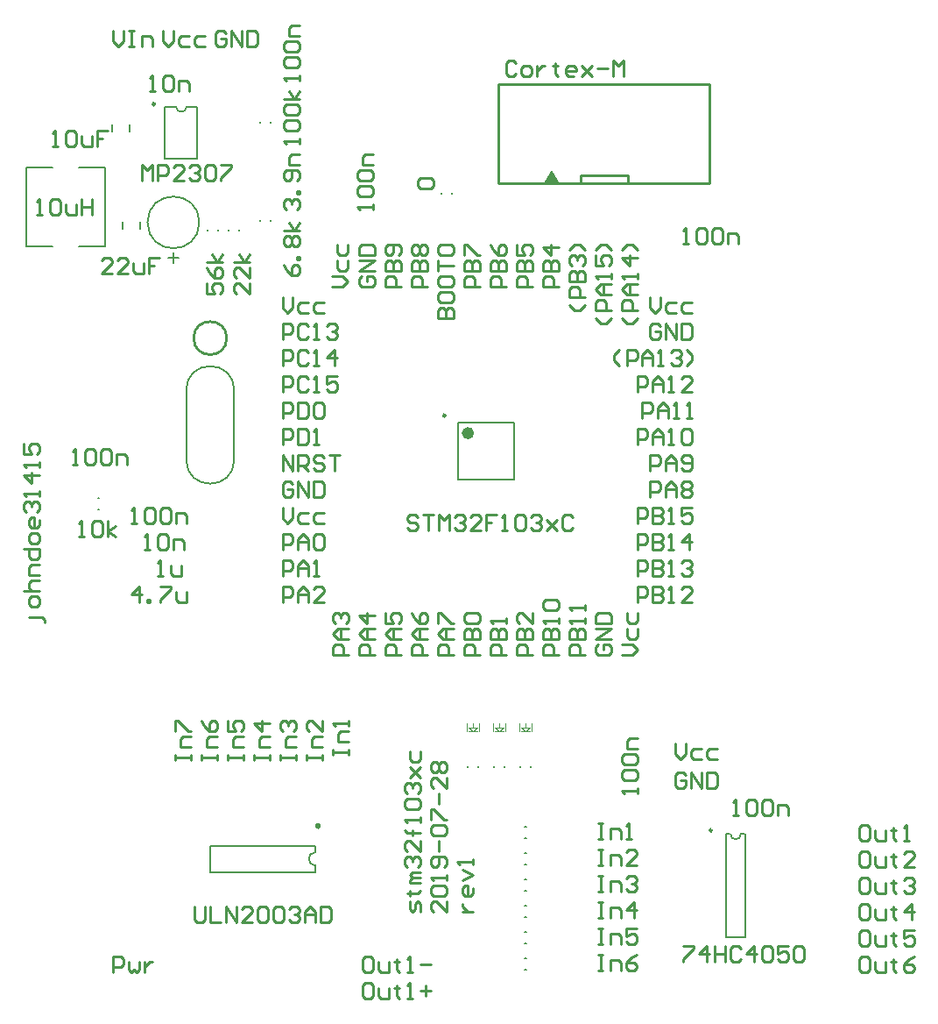
<source format=gto>
G04 Layer_Color=15132400*
%FSLAX25Y25*%
%MOIN*%
G70*
G01*
G75*
%ADD24C,0.01000*%
%ADD38C,0.00787*%
%ADD39C,0.00984*%
%ADD40C,0.02362*%
%ADD41C,0.00780*%
%ADD42C,0.00394*%
%ADD43C,0.00591*%
G36*
X253000Y357000D02*
X247000D01*
X250000Y362000D01*
X253000Y357000D01*
D02*
G37*
D24*
X126299Y298000D02*
G03*
X126299Y298000I-6299J0D01*
G01*
X279000Y357000D02*
Y360000D01*
X261000D02*
X279000D01*
X261000Y357000D02*
Y360000D01*
X229500Y357000D02*
X267500D01*
X229500D02*
Y394500D01*
X310000D01*
Y357000D02*
Y394500D01*
X261000Y357000D02*
X310000D01*
X161000Y112000D02*
Y113000D01*
X135000Y318999D02*
Y315000D01*
X131001Y318999D01*
X130002D01*
X129002Y317999D01*
Y316000D01*
X130002Y315000D01*
X135000Y324997D02*
Y320998D01*
X131001Y324997D01*
X130002D01*
X129002Y323997D01*
Y321998D01*
X130002Y320998D01*
X135000Y326996D02*
X129002D01*
X133001D02*
X131001Y329995D01*
X133001Y326996D02*
X135000Y329995D01*
X83000Y57000D02*
Y62998D01*
X85999D01*
X86999Y61998D01*
Y59999D01*
X85999Y58999D01*
X83000D01*
X88998Y60999D02*
Y58000D01*
X89998Y57000D01*
X90997Y58000D01*
X91997Y57000D01*
X92997Y58000D01*
Y60999D01*
X94996D02*
Y57000D01*
Y58999D01*
X95996Y59999D01*
X96996Y60999D01*
X97995D01*
X106502Y137500D02*
Y139499D01*
Y138500D01*
X112500D01*
Y137500D01*
Y139499D01*
Y142498D02*
X108501D01*
Y145497D01*
X109501Y146497D01*
X112500D01*
X106502Y148496D02*
Y152495D01*
X107502D01*
X111500Y148496D01*
X112500D01*
X116502Y137500D02*
Y139499D01*
Y138500D01*
X122500D01*
Y137500D01*
Y139499D01*
Y142498D02*
X118501D01*
Y145497D01*
X119501Y146497D01*
X122500D01*
X116502Y152495D02*
X117502Y150496D01*
X119501Y148496D01*
X121500D01*
X122500Y149496D01*
Y151496D01*
X121500Y152495D01*
X120501D01*
X119501Y151496D01*
Y148496D01*
X126502Y137500D02*
Y139499D01*
Y138500D01*
X132500D01*
Y137500D01*
Y139499D01*
Y142498D02*
X128501D01*
Y145497D01*
X129501Y146497D01*
X132500D01*
X126502Y152495D02*
Y148496D01*
X129501D01*
X128501Y150496D01*
Y151496D01*
X129501Y152495D01*
X131500D01*
X132500Y151496D01*
Y149496D01*
X131500Y148496D01*
X136502Y137500D02*
Y139499D01*
Y138500D01*
X142500D01*
Y137500D01*
Y139499D01*
Y142498D02*
X138501D01*
Y145497D01*
X139501Y146497D01*
X142500D01*
Y151496D02*
X136502D01*
X139501Y148496D01*
Y152495D01*
X146502Y137500D02*
Y139499D01*
Y138500D01*
X152500D01*
Y137500D01*
Y139499D01*
Y142498D02*
X148501D01*
Y145497D01*
X149501Y146497D01*
X152500D01*
X147502Y148496D02*
X146502Y149496D01*
Y151496D01*
X147502Y152495D01*
X148501D01*
X149501Y151496D01*
Y150496D01*
Y151496D01*
X150501Y152495D01*
X151500D01*
X152500Y151496D01*
Y149496D01*
X151500Y148496D01*
X156502Y137500D02*
Y139499D01*
Y138500D01*
X162500D01*
Y137500D01*
Y139499D01*
Y142498D02*
X158501D01*
Y145497D01*
X159501Y146497D01*
X162500D01*
Y152495D02*
Y148496D01*
X158501Y152495D01*
X157502D01*
X156502Y151496D01*
Y149496D01*
X157502Y148496D01*
X180999Y52998D02*
X179000D01*
X178000Y51998D01*
Y48000D01*
X179000Y47000D01*
X180999D01*
X181999Y48000D01*
Y51998D01*
X180999Y52998D01*
X183998Y50999D02*
Y48000D01*
X184998Y47000D01*
X187997D01*
Y50999D01*
X190996Y51998D02*
Y50999D01*
X189996D01*
X191996D01*
X190996D01*
Y48000D01*
X191996Y47000D01*
X194994D02*
X196994D01*
X195994D01*
Y52998D01*
X194994Y51998D01*
X199993Y49999D02*
X203992D01*
X201992Y51998D02*
Y48000D01*
X180999Y62998D02*
X179000D01*
X178000Y61998D01*
Y58000D01*
X179000Y57000D01*
X180999D01*
X181999Y58000D01*
Y61998D01*
X180999Y62998D01*
X183998Y60999D02*
Y58000D01*
X184998Y57000D01*
X187997D01*
Y60999D01*
X190996Y61998D02*
Y60999D01*
X189996D01*
X191996D01*
X190996D01*
Y58000D01*
X191996Y57000D01*
X194994D02*
X196994D01*
X195994D01*
Y62998D01*
X194994Y61998D01*
X199993Y59999D02*
X203992D01*
X166502Y139499D02*
Y141499D01*
Y140499D01*
X172500D01*
Y139499D01*
Y141499D01*
Y144498D02*
X168501D01*
Y147497D01*
X169501Y148496D01*
X172500D01*
Y150496D02*
Y152495D01*
Y151496D01*
X166502D01*
X167502Y150496D01*
X267500Y63498D02*
X269499D01*
X268500D01*
Y57500D01*
X267500D01*
X269499D01*
X272498D02*
Y61499D01*
X275497D01*
X276497Y60499D01*
Y57500D01*
X282495Y63498D02*
X280496Y62498D01*
X278496Y60499D01*
Y58500D01*
X279496Y57500D01*
X281495D01*
X282495Y58500D01*
Y59499D01*
X281495Y60499D01*
X278496D01*
X369999Y62998D02*
X368000D01*
X367000Y61998D01*
Y58000D01*
X368000Y57000D01*
X369999D01*
X370999Y58000D01*
Y61998D01*
X369999Y62998D01*
X372998Y60999D02*
Y58000D01*
X373998Y57000D01*
X376997D01*
Y60999D01*
X379996Y61998D02*
Y60999D01*
X378996D01*
X380995D01*
X379996D01*
Y58000D01*
X380995Y57000D01*
X387993Y62998D02*
X385994Y61998D01*
X383995Y59999D01*
Y58000D01*
X384994Y57000D01*
X386994D01*
X387993Y58000D01*
Y58999D01*
X386994Y59999D01*
X383995D01*
X267500Y73498D02*
X269499D01*
X268500D01*
Y67500D01*
X267500D01*
X269499D01*
X272498D02*
Y71499D01*
X275497D01*
X276497Y70499D01*
Y67500D01*
X282495Y73498D02*
X278496D01*
Y70499D01*
X280496Y71499D01*
X281495D01*
X282495Y70499D01*
Y68500D01*
X281495Y67500D01*
X279496D01*
X278496Y68500D01*
X369999Y72998D02*
X368000D01*
X367000Y71998D01*
Y68000D01*
X368000Y67000D01*
X369999D01*
X370999Y68000D01*
Y71998D01*
X369999Y72998D01*
X372998Y70999D02*
Y68000D01*
X373998Y67000D01*
X376997D01*
Y70999D01*
X379996Y71998D02*
Y70999D01*
X378996D01*
X380995D01*
X379996D01*
Y68000D01*
X380995Y67000D01*
X387993Y72998D02*
X383995D01*
Y69999D01*
X385994Y70999D01*
X386994D01*
X387993Y69999D01*
Y68000D01*
X386994Y67000D01*
X384994D01*
X383995Y68000D01*
X267500Y83498D02*
X269499D01*
X268500D01*
Y77500D01*
X267500D01*
X269499D01*
X272498D02*
Y81499D01*
X275497D01*
X276497Y80499D01*
Y77500D01*
X281495D02*
Y83498D01*
X278496Y80499D01*
X282495D01*
X369999Y82998D02*
X368000D01*
X367000Y81998D01*
Y78000D01*
X368000Y77000D01*
X369999D01*
X370999Y78000D01*
Y81998D01*
X369999Y82998D01*
X372998Y80999D02*
Y78000D01*
X373998Y77000D01*
X376997D01*
Y80999D01*
X379996Y81998D02*
Y80999D01*
X378996D01*
X380995D01*
X379996D01*
Y78000D01*
X380995Y77000D01*
X386994D02*
Y82998D01*
X383995Y79999D01*
X387993D01*
X267500Y93498D02*
X269499D01*
X268500D01*
Y87500D01*
X267500D01*
X269499D01*
X272498D02*
Y91499D01*
X275497D01*
X276497Y90499D01*
Y87500D01*
X278496Y92498D02*
X279496Y93498D01*
X281495D01*
X282495Y92498D01*
Y91499D01*
X281495Y90499D01*
X280496D01*
X281495D01*
X282495Y89499D01*
Y88500D01*
X281495Y87500D01*
X279496D01*
X278496Y88500D01*
X369999Y92998D02*
X368000D01*
X367000Y91998D01*
Y88000D01*
X368000Y87000D01*
X369999D01*
X370999Y88000D01*
Y91998D01*
X369999Y92998D01*
X372998Y90999D02*
Y88000D01*
X373998Y87000D01*
X376997D01*
Y90999D01*
X379996Y91998D02*
Y90999D01*
X378996D01*
X380995D01*
X379996D01*
Y88000D01*
X380995Y87000D01*
X383995Y91998D02*
X384994Y92998D01*
X386994D01*
X387993Y91998D01*
Y90999D01*
X386994Y89999D01*
X385994D01*
X386994D01*
X387993Y88999D01*
Y88000D01*
X386994Y87000D01*
X384994D01*
X383995Y88000D01*
X267500Y103498D02*
X269499D01*
X268500D01*
Y97500D01*
X267500D01*
X269499D01*
X272498D02*
Y101499D01*
X275497D01*
X276497Y100499D01*
Y97500D01*
X282495D02*
X278496D01*
X282495Y101499D01*
Y102498D01*
X281495Y103498D01*
X279496D01*
X278496Y102498D01*
X369999Y102998D02*
X368000D01*
X367000Y101998D01*
Y98000D01*
X368000Y97000D01*
X369999D01*
X370999Y98000D01*
Y101998D01*
X369999Y102998D01*
X372998Y100999D02*
Y98000D01*
X373998Y97000D01*
X376997D01*
Y100999D01*
X379996Y101998D02*
Y100999D01*
X378996D01*
X380995D01*
X379996D01*
Y98000D01*
X380995Y97000D01*
X387993D02*
X383995D01*
X387993Y100999D01*
Y101998D01*
X386994Y102998D01*
X384994D01*
X383995Y101998D01*
X267500Y113498D02*
X269499D01*
X268500D01*
Y107500D01*
X267500D01*
X269499D01*
X272498D02*
Y111499D01*
X275497D01*
X276497Y110499D01*
Y107500D01*
X278496D02*
X280496D01*
X279496D01*
Y113498D01*
X278496Y112498D01*
X369999Y112998D02*
X368000D01*
X367000Y111998D01*
Y108000D01*
X368000Y107000D01*
X369999D01*
X370999Y108000D01*
Y111998D01*
X369999Y112998D01*
X372998Y110999D02*
Y108000D01*
X373998Y107000D01*
X376997D01*
Y110999D01*
X379996Y111998D02*
Y110999D01*
X378996D01*
X380995D01*
X379996D01*
Y108000D01*
X380995Y107000D01*
X383995D02*
X385994D01*
X384994D01*
Y112998D01*
X383995Y111998D01*
X300000Y66998D02*
X303999D01*
Y65998D01*
X300000Y62000D01*
Y61000D01*
X308997D02*
Y66998D01*
X305998Y63999D01*
X309997D01*
X311996Y66998D02*
Y61000D01*
Y63999D01*
X315995D01*
Y66998D01*
Y61000D01*
X321993Y65998D02*
X320993Y66998D01*
X318994D01*
X317994Y65998D01*
Y62000D01*
X318994Y61000D01*
X320993D01*
X321993Y62000D01*
X326991Y61000D02*
Y66998D01*
X323992Y63999D01*
X327991D01*
X329990Y65998D02*
X330990Y66998D01*
X332989D01*
X333989Y65998D01*
Y62000D01*
X332989Y61000D01*
X330990D01*
X329990Y62000D01*
Y65998D01*
X339987Y66998D02*
X335988D01*
Y63999D01*
X337988Y64999D01*
X338987D01*
X339987Y63999D01*
Y62000D01*
X338987Y61000D01*
X336988D01*
X335988Y62000D01*
X341986Y65998D02*
X342986Y66998D01*
X344985D01*
X345985Y65998D01*
Y62000D01*
X344985Y61000D01*
X342986D01*
X341986Y62000D01*
Y65998D01*
X319106Y116492D02*
X321106D01*
X320106D01*
Y122490D01*
X319106Y121490D01*
X324105D02*
X325104Y122490D01*
X327104D01*
X328103Y121490D01*
Y117491D01*
X327104Y116492D01*
X325104D01*
X324105Y117491D01*
Y121490D01*
X330103D02*
X331102Y122490D01*
X333102D01*
X334101Y121490D01*
Y117491D01*
X333102Y116492D01*
X331102D01*
X330103Y117491D01*
Y121490D01*
X336101Y116492D02*
Y120491D01*
X339100D01*
X340100Y119491D01*
Y116492D01*
X282500Y227500D02*
Y233498D01*
X285499D01*
X286499Y232498D01*
Y230499D01*
X285499Y229499D01*
X282500D01*
X288498Y233498D02*
Y227500D01*
X291497D01*
X292497Y228500D01*
Y229499D01*
X291497Y230499D01*
X288498D01*
X291497D01*
X292497Y231499D01*
Y232498D01*
X291497Y233498D01*
X288498D01*
X294496Y227500D02*
X296496D01*
X295496D01*
Y233498D01*
X294496Y232498D01*
X303493Y233498D02*
X299495D01*
Y230499D01*
X301494Y231499D01*
X302494D01*
X303493Y230499D01*
Y228500D01*
X302494Y227500D01*
X300494D01*
X299495Y228500D01*
X147500Y267500D02*
Y273498D01*
X150499D01*
X151499Y272498D01*
Y270499D01*
X150499Y269499D01*
X147500D01*
X153498Y273498D02*
Y267500D01*
X156497D01*
X157497Y268500D01*
Y272498D01*
X156497Y273498D01*
X153498D01*
X159496Y272498D02*
X160496Y273498D01*
X162495D01*
X163495Y272498D01*
Y268500D01*
X162495Y267500D01*
X160496D01*
X159496Y268500D01*
Y272498D01*
X147500Y277500D02*
Y283498D01*
X150499D01*
X151499Y282498D01*
Y280499D01*
X150499Y279499D01*
X147500D01*
X157497Y282498D02*
X156497Y283498D01*
X154498D01*
X153498Y282498D01*
Y278500D01*
X154498Y277500D01*
X156497D01*
X157497Y278500D01*
X159496Y277500D02*
X161495D01*
X160496D01*
Y283498D01*
X159496Y282498D01*
X168493Y283498D02*
X164495D01*
Y280499D01*
X166494Y281499D01*
X167493D01*
X168493Y280499D01*
Y278500D01*
X167493Y277500D01*
X165494D01*
X164495Y278500D01*
X202500Y177500D02*
X196502D01*
Y180499D01*
X197502Y181499D01*
X199501D01*
X200501Y180499D01*
Y177500D01*
X202500Y183498D02*
X198501D01*
X196502Y185497D01*
X198501Y187497D01*
X202500D01*
X199501D01*
Y183498D01*
X196502Y193495D02*
X197502Y191496D01*
X199501Y189496D01*
X201500D01*
X202500Y190496D01*
Y192495D01*
X201500Y193495D01*
X200501D01*
X199501Y192495D01*
Y189496D01*
X182500Y177500D02*
X176502D01*
Y180499D01*
X177502Y181499D01*
X179501D01*
X180501Y180499D01*
Y177500D01*
X182500Y183498D02*
X178501D01*
X176502Y185497D01*
X178501Y187497D01*
X182500D01*
X179501D01*
Y183498D01*
X182500Y192495D02*
X176502D01*
X179501Y189496D01*
Y193495D01*
X172500Y177500D02*
X166502D01*
Y180499D01*
X167502Y181499D01*
X169501D01*
X170501Y180499D01*
Y177500D01*
X172500Y183498D02*
X168501D01*
X166502Y185497D01*
X168501Y187497D01*
X172500D01*
X169501D01*
Y183498D01*
X167502Y189496D02*
X166502Y190496D01*
Y192495D01*
X167502Y193495D01*
X168501D01*
X169501Y192495D01*
Y191496D01*
Y192495D01*
X170501Y193495D01*
X171500D01*
X172500Y192495D01*
Y190496D01*
X171500Y189496D01*
X147500Y197500D02*
Y203498D01*
X150499D01*
X151499Y202498D01*
Y200499D01*
X150499Y199499D01*
X147500D01*
X153498Y197500D02*
Y201499D01*
X155497Y203498D01*
X157497Y201499D01*
Y197500D01*
Y200499D01*
X153498D01*
X163495Y197500D02*
X159496D01*
X163495Y201499D01*
Y202498D01*
X162495Y203498D01*
X160496D01*
X159496Y202498D01*
X147500Y207500D02*
Y213498D01*
X150499D01*
X151499Y212498D01*
Y210499D01*
X150499Y209499D01*
X147500D01*
X153498Y207500D02*
Y211499D01*
X155497Y213498D01*
X157497Y211499D01*
Y207500D01*
Y210499D01*
X153498D01*
X159496Y207500D02*
X161495D01*
X160496D01*
Y213498D01*
X159496Y212498D01*
X276502Y177500D02*
X280501D01*
X282500Y179499D01*
X280501Y181499D01*
X276502D01*
X278501Y187497D02*
Y184498D01*
X279501Y183498D01*
X281500D01*
X282500Y184498D01*
Y187497D01*
X278501Y193495D02*
Y190496D01*
X279501Y189496D01*
X281500D01*
X282500Y190496D01*
Y193495D01*
X177502Y321499D02*
X176502Y320499D01*
Y318500D01*
X177502Y317500D01*
X181500D01*
X182500Y318500D01*
Y320499D01*
X181500Y321499D01*
X179501D01*
Y319499D01*
X182500Y323498D02*
X176502D01*
X182500Y327497D01*
X176502D01*
Y329496D02*
X182500D01*
Y332495D01*
X181500Y333495D01*
X177502D01*
X176502Y332495D01*
Y329496D01*
X282500Y125000D02*
Y126999D01*
Y126000D01*
X276502D01*
X277502Y125000D01*
Y129998D02*
X276502Y130998D01*
Y132997D01*
X277502Y133997D01*
X281500D01*
X282500Y132997D01*
Y130998D01*
X281500Y129998D01*
X277502D01*
Y135996D02*
X276502Y136996D01*
Y138996D01*
X277502Y139995D01*
X281500D01*
X282500Y138996D01*
Y136996D01*
X281500Y135996D01*
X277502D01*
X282500Y141995D02*
X278501D01*
Y144993D01*
X279501Y145993D01*
X282500D01*
X300000Y334000D02*
X301999D01*
X301000D01*
Y339998D01*
X300000Y338998D01*
X304998D02*
X305998Y339998D01*
X307997D01*
X308997Y338998D01*
Y335000D01*
X307997Y334000D01*
X305998D01*
X304998Y335000D01*
Y338998D01*
X310996D02*
X311996Y339998D01*
X313996D01*
X314995Y338998D01*
Y335000D01*
X313996Y334000D01*
X311996D01*
X310996Y335000D01*
Y338998D01*
X316995Y334000D02*
Y337999D01*
X319993D01*
X320993Y336999D01*
Y334000D01*
X147500Y297500D02*
Y303498D01*
X150499D01*
X151499Y302498D01*
Y300499D01*
X150499Y299499D01*
X147500D01*
X157497Y302498D02*
X156497Y303498D01*
X154498D01*
X153498Y302498D01*
Y298500D01*
X154498Y297500D01*
X156497D01*
X157497Y298500D01*
X159496Y297500D02*
X161495D01*
X160496D01*
Y303498D01*
X159496Y302498D01*
X164495D02*
X165494Y303498D01*
X167493D01*
X168493Y302498D01*
Y301499D01*
X167493Y300499D01*
X166494D01*
X167493D01*
X168493Y299499D01*
Y298500D01*
X167493Y297500D01*
X165494D01*
X164495Y298500D01*
X147500Y257500D02*
Y263498D01*
X150499D01*
X151499Y262498D01*
Y260499D01*
X150499Y259499D01*
X147500D01*
X153498Y263498D02*
Y257500D01*
X156497D01*
X157497Y258500D01*
Y262498D01*
X156497Y263498D01*
X153498D01*
X159496Y257500D02*
X161495D01*
X160496D01*
Y263498D01*
X159496Y262498D01*
X147500Y287500D02*
Y293498D01*
X150499D01*
X151499Y292498D01*
Y290499D01*
X150499Y289499D01*
X147500D01*
X157497Y292498D02*
X156497Y293498D01*
X154498D01*
X153498Y292498D01*
Y288500D01*
X154498Y287500D01*
X156497D01*
X157497Y288500D01*
X159496Y287500D02*
X161495D01*
X160496D01*
Y293498D01*
X159496Y292498D01*
X167493Y287500D02*
Y293498D01*
X164495Y290499D01*
X168493D01*
X282500Y217500D02*
Y223498D01*
X285499D01*
X286499Y222498D01*
Y220499D01*
X285499Y219499D01*
X282500D01*
X288498Y223498D02*
Y217500D01*
X291497D01*
X292497Y218500D01*
Y219499D01*
X291497Y220499D01*
X288498D01*
X291497D01*
X292497Y221499D01*
Y222498D01*
X291497Y223498D01*
X288498D01*
X294496Y217500D02*
X296496D01*
X295496D01*
Y223498D01*
X294496Y222498D01*
X302494Y217500D02*
Y223498D01*
X299495Y220499D01*
X303493D01*
X282500Y207500D02*
Y213498D01*
X285499D01*
X286499Y212498D01*
Y210499D01*
X285499Y209499D01*
X282500D01*
X288498Y213498D02*
Y207500D01*
X291497D01*
X292497Y208500D01*
Y209499D01*
X291497Y210499D01*
X288498D01*
X291497D01*
X292497Y211499D01*
Y212498D01*
X291497Y213498D01*
X288498D01*
X294496Y207500D02*
X296496D01*
X295496D01*
Y213498D01*
X294496Y212498D01*
X299495D02*
X300494Y213498D01*
X302494D01*
X303493Y212498D01*
Y211499D01*
X302494Y210499D01*
X301494D01*
X302494D01*
X303493Y209499D01*
Y208500D01*
X302494Y207500D01*
X300494D01*
X299495Y208500D01*
X282500Y197500D02*
Y203498D01*
X285499D01*
X286499Y202498D01*
Y200499D01*
X285499Y199499D01*
X282500D01*
X288498Y203498D02*
Y197500D01*
X291497D01*
X292497Y198500D01*
Y199499D01*
X291497Y200499D01*
X288498D01*
X291497D01*
X292497Y201499D01*
Y202498D01*
X291497Y203498D01*
X288498D01*
X294496Y197500D02*
X296496D01*
X295496D01*
Y203498D01*
X294496Y202498D01*
X303493Y197500D02*
X299495D01*
X303493Y201499D01*
Y202498D01*
X302494Y203498D01*
X300494D01*
X299495Y202498D01*
X262500Y177500D02*
X256502D01*
Y180499D01*
X257502Y181499D01*
X259501D01*
X260501Y180499D01*
Y177500D01*
X256502Y183498D02*
X262500D01*
Y186497D01*
X261500Y187497D01*
X260501D01*
X259501Y186497D01*
Y183498D01*
Y186497D01*
X258501Y187497D01*
X257502D01*
X256502Y186497D01*
Y183498D01*
X262500Y189496D02*
Y191496D01*
Y190496D01*
X256502D01*
X257502Y189496D01*
X262500Y194494D02*
Y196494D01*
Y195494D01*
X256502D01*
X257502Y194494D01*
X252500Y177500D02*
X246502D01*
Y180499D01*
X247502Y181499D01*
X249501D01*
X250501Y180499D01*
Y177500D01*
X246502Y183498D02*
X252500D01*
Y186497D01*
X251500Y187497D01*
X250501D01*
X249501Y186497D01*
Y183498D01*
Y186497D01*
X248501Y187497D01*
X247502D01*
X246502Y186497D01*
Y183498D01*
X252500Y189496D02*
Y191496D01*
Y190496D01*
X246502D01*
X247502Y189496D01*
Y194494D02*
X246502Y195494D01*
Y197494D01*
X247502Y198493D01*
X251500D01*
X252500Y197494D01*
Y195494D01*
X251500Y194494D01*
X247502D01*
X192500Y317500D02*
X186502D01*
Y320499D01*
X187502Y321499D01*
X189501D01*
X190501Y320499D01*
Y317500D01*
X186502Y323498D02*
X192500D01*
Y326497D01*
X191500Y327497D01*
X190501D01*
X189501Y326497D01*
Y323498D01*
Y326497D01*
X188501Y327497D01*
X187502D01*
X186502Y326497D01*
Y323498D01*
X191500Y329496D02*
X192500Y330496D01*
Y332495D01*
X191500Y333495D01*
X187502D01*
X186502Y332495D01*
Y330496D01*
X187502Y329496D01*
X188501D01*
X189501Y330496D01*
Y333495D01*
X202500Y317500D02*
X196502D01*
Y320499D01*
X197502Y321499D01*
X199501D01*
X200501Y320499D01*
Y317500D01*
X196502Y323498D02*
X202500D01*
Y326497D01*
X201500Y327497D01*
X200501D01*
X199501Y326497D01*
Y323498D01*
Y326497D01*
X198501Y327497D01*
X197502D01*
X196502Y326497D01*
Y323498D01*
X197502Y329496D02*
X196502Y330496D01*
Y332495D01*
X197502Y333495D01*
X198501D01*
X199501Y332495D01*
X200501Y333495D01*
X201500D01*
X202500Y332495D01*
Y330496D01*
X201500Y329496D01*
X200501D01*
X199501Y330496D01*
X198501Y329496D01*
X197502D01*
X199501Y330496D02*
Y332495D01*
X222500Y317500D02*
X216502D01*
Y320499D01*
X217502Y321499D01*
X219501D01*
X220501Y320499D01*
Y317500D01*
X216502Y323498D02*
X222500D01*
Y326497D01*
X221500Y327497D01*
X220501D01*
X219501Y326497D01*
Y323498D01*
Y326497D01*
X218501Y327497D01*
X217502D01*
X216502Y326497D01*
Y323498D01*
Y329496D02*
Y333495D01*
X217502D01*
X221500Y329496D01*
X222500D01*
X232500Y317500D02*
X226502D01*
Y320499D01*
X227502Y321499D01*
X229501D01*
X230501Y320499D01*
Y317500D01*
X226502Y323498D02*
X232500D01*
Y326497D01*
X231500Y327497D01*
X230501D01*
X229501Y326497D01*
Y323498D01*
Y326497D01*
X228501Y327497D01*
X227502D01*
X226502Y326497D01*
Y323498D01*
Y333495D02*
X227502Y331495D01*
X229501Y329496D01*
X231500D01*
X232500Y330496D01*
Y332495D01*
X231500Y333495D01*
X230501D01*
X229501Y332495D01*
Y329496D01*
X242500Y317500D02*
X236502D01*
Y320499D01*
X237502Y321499D01*
X239501D01*
X240501Y320499D01*
Y317500D01*
X236502Y323498D02*
X242500D01*
Y326497D01*
X241500Y327497D01*
X240501D01*
X239501Y326497D01*
Y323498D01*
Y326497D01*
X238501Y327497D01*
X237502D01*
X236502Y326497D01*
Y323498D01*
Y333495D02*
Y329496D01*
X239501D01*
X238501Y331495D01*
Y332495D01*
X239501Y333495D01*
X241500D01*
X242500Y332495D01*
Y330496D01*
X241500Y329496D01*
X252500Y317500D02*
X246502D01*
Y320499D01*
X247502Y321499D01*
X249501D01*
X250501Y320499D01*
Y317500D01*
X246502Y323498D02*
X252500D01*
Y326497D01*
X251500Y327497D01*
X250501D01*
X249501Y326497D01*
Y323498D01*
Y326497D01*
X248501Y327497D01*
X247502D01*
X246502Y326497D01*
Y323498D01*
X252500Y332495D02*
X246502D01*
X249501Y329496D01*
Y333495D01*
X262500Y310502D02*
X260501Y308503D01*
X258501D01*
X256502Y310502D01*
X262500Y313501D02*
X256502D01*
Y316500D01*
X257502Y317500D01*
X259501D01*
X260501Y316500D01*
Y313501D01*
X256502Y319499D02*
X262500D01*
Y322498D01*
X261500Y323498D01*
X260501D01*
X259501Y322498D01*
Y319499D01*
Y322498D01*
X258501Y323498D01*
X257502D01*
X256502Y322498D01*
Y319499D01*
X257502Y325497D02*
X256502Y326497D01*
Y328497D01*
X257502Y329496D01*
X258501D01*
X259501Y328497D01*
Y327497D01*
Y328497D01*
X260501Y329496D01*
X261500D01*
X262500Y328497D01*
Y326497D01*
X261500Y325497D01*
X262500Y331495D02*
X260501Y333495D01*
X258501D01*
X256502Y331495D01*
X242500Y177500D02*
X236502D01*
Y180499D01*
X237502Y181499D01*
X239501D01*
X240501Y180499D01*
Y177500D01*
X236502Y183498D02*
X242500D01*
Y186497D01*
X241500Y187497D01*
X240501D01*
X239501Y186497D01*
Y183498D01*
Y186497D01*
X238501Y187497D01*
X237502D01*
X236502Y186497D01*
Y183498D01*
X242500Y193495D02*
Y189496D01*
X238501Y193495D01*
X237502D01*
X236502Y192495D01*
Y190496D01*
X237502Y189496D01*
X232500Y177500D02*
X226502D01*
Y180499D01*
X227502Y181499D01*
X229501D01*
X230501Y180499D01*
Y177500D01*
X226502Y183498D02*
X232500D01*
Y186497D01*
X231500Y187497D01*
X230501D01*
X229501Y186497D01*
Y183498D01*
Y186497D01*
X228501Y187497D01*
X227502D01*
X226502Y186497D01*
Y183498D01*
X232500Y189496D02*
Y191496D01*
Y190496D01*
X226502D01*
X227502Y189496D01*
X222500Y177500D02*
X216502D01*
Y180499D01*
X217502Y181499D01*
X219501D01*
X220501Y180499D01*
Y177500D01*
X216502Y183498D02*
X222500D01*
Y186497D01*
X221500Y187497D01*
X220501D01*
X219501Y186497D01*
Y183498D01*
Y186497D01*
X218501Y187497D01*
X217502D01*
X216502Y186497D01*
Y183498D01*
X217502Y189496D02*
X216502Y190496D01*
Y192495D01*
X217502Y193495D01*
X221500D01*
X222500Y192495D01*
Y190496D01*
X221500Y189496D01*
X217502D01*
X272500Y305504D02*
X270501Y303504D01*
X268501D01*
X266502Y305504D01*
X272500Y308503D02*
X266502D01*
Y311502D01*
X267502Y312502D01*
X269501D01*
X270501Y311502D01*
Y308503D01*
X272500Y314501D02*
X268501D01*
X266502Y316500D01*
X268501Y318500D01*
X272500D01*
X269501D01*
Y314501D01*
X272500Y320499D02*
Y322498D01*
Y321499D01*
X266502D01*
X267502Y320499D01*
X266502Y329496D02*
Y325497D01*
X269501D01*
X268501Y327497D01*
Y328497D01*
X269501Y329496D01*
X271500D01*
X272500Y328497D01*
Y326497D01*
X271500Y325497D01*
X272500Y331495D02*
X270501Y333495D01*
X268501D01*
X266502Y331495D01*
X282500Y305504D02*
X280501Y303504D01*
X278501D01*
X276502Y305504D01*
X282500Y308503D02*
X276502D01*
Y311502D01*
X277502Y312502D01*
X279501D01*
X280501Y311502D01*
Y308503D01*
X282500Y314501D02*
X278501D01*
X276502Y316500D01*
X278501Y318500D01*
X282500D01*
X279501D01*
Y314501D01*
X282500Y320499D02*
Y322498D01*
Y321499D01*
X276502D01*
X277502Y320499D01*
X282500Y328497D02*
X276502D01*
X279501Y325497D01*
Y329496D01*
X282500Y331495D02*
X280501Y333495D01*
X278501D01*
X276502Y331495D01*
X275502Y287500D02*
X273503Y289499D01*
Y291499D01*
X275502Y293498D01*
X278501Y287500D02*
Y293498D01*
X281500D01*
X282500Y292498D01*
Y290499D01*
X281500Y289499D01*
X278501D01*
X284499Y287500D02*
Y291499D01*
X286499Y293498D01*
X288498Y291499D01*
Y287500D01*
Y290499D01*
X284499D01*
X290497Y287500D02*
X292497D01*
X291497D01*
Y293498D01*
X290497Y292498D01*
X295496D02*
X296496Y293498D01*
X298495D01*
X299495Y292498D01*
Y291499D01*
X298495Y290499D01*
X297495D01*
X298495D01*
X299495Y289499D01*
Y288500D01*
X298495Y287500D01*
X296496D01*
X295496Y288500D01*
X301494Y287500D02*
X303493Y289499D01*
Y291499D01*
X301494Y293498D01*
X282500Y277500D02*
Y283498D01*
X285499D01*
X286499Y282498D01*
Y280499D01*
X285499Y279499D01*
X282500D01*
X288498Y277500D02*
Y281499D01*
X290497Y283498D01*
X292497Y281499D01*
Y277500D01*
Y280499D01*
X288498D01*
X294496Y277500D02*
X296496D01*
X295496D01*
Y283498D01*
X294496Y282498D01*
X303493Y277500D02*
X299495D01*
X303493Y281499D01*
Y282498D01*
X302494Y283498D01*
X300494D01*
X299495Y282498D01*
X284499Y267500D02*
Y273498D01*
X287498D01*
X288498Y272498D01*
Y270499D01*
X287498Y269499D01*
X284499D01*
X290497Y267500D02*
Y271499D01*
X292497Y273498D01*
X294496Y271499D01*
Y267500D01*
Y270499D01*
X290497D01*
X296496Y267500D02*
X298495D01*
X297495D01*
Y273498D01*
X296496Y272498D01*
X301494Y267500D02*
X303493D01*
X302494D01*
Y273498D01*
X301494Y272498D01*
X282500Y257500D02*
Y263498D01*
X285499D01*
X286499Y262498D01*
Y260499D01*
X285499Y259499D01*
X282500D01*
X288498Y257500D02*
Y261499D01*
X290497Y263498D01*
X292497Y261499D01*
Y257500D01*
Y260499D01*
X288498D01*
X294496Y257500D02*
X296496D01*
X295496D01*
Y263498D01*
X294496Y262498D01*
X299495D02*
X300494Y263498D01*
X302494D01*
X303493Y262498D01*
Y258500D01*
X302494Y257500D01*
X300494D01*
X299495Y258500D01*
Y262498D01*
X287498Y247500D02*
Y253498D01*
X290497D01*
X291497Y252498D01*
Y250499D01*
X290497Y249499D01*
X287498D01*
X293496Y247500D02*
Y251499D01*
X295496Y253498D01*
X297495Y251499D01*
Y247500D01*
Y250499D01*
X293496D01*
X299495Y248500D02*
X300494Y247500D01*
X302494D01*
X303493Y248500D01*
Y252498D01*
X302494Y253498D01*
X300494D01*
X299495Y252498D01*
Y251499D01*
X300494Y250499D01*
X303493D01*
X287498Y237500D02*
Y243498D01*
X290497D01*
X291497Y242498D01*
Y240499D01*
X290497Y239499D01*
X287498D01*
X293496Y237500D02*
Y241499D01*
X295496Y243498D01*
X297495Y241499D01*
Y237500D01*
Y240499D01*
X293496D01*
X299495Y242498D02*
X300494Y243498D01*
X302494D01*
X303493Y242498D01*
Y241499D01*
X302494Y240499D01*
X303493Y239499D01*
Y238500D01*
X302494Y237500D01*
X300494D01*
X299495Y238500D01*
Y239499D01*
X300494Y240499D01*
X299495Y241499D01*
Y242498D01*
X300494Y240499D02*
X302494D01*
X212500Y177500D02*
X206502D01*
Y180499D01*
X207502Y181499D01*
X209501D01*
X210501Y180499D01*
Y177500D01*
X212500Y183498D02*
X208501D01*
X206502Y185497D01*
X208501Y187497D01*
X212500D01*
X209501D01*
Y183498D01*
X206502Y189496D02*
Y193495D01*
X207502D01*
X211500Y189496D01*
X212500D01*
X166486Y317500D02*
X170485D01*
X172484Y319499D01*
X170485Y321499D01*
X166486D01*
X168485Y327497D02*
Y324498D01*
X169485Y323498D01*
X171484D01*
X172484Y324498D01*
Y327497D01*
X168485Y333495D02*
Y330496D01*
X169485Y329496D01*
X171484D01*
X172484Y330496D01*
Y333495D01*
X192500Y177500D02*
X186502D01*
Y180499D01*
X187502Y181499D01*
X189501D01*
X190501Y180499D01*
Y177500D01*
X192500Y183498D02*
X188501D01*
X186502Y185497D01*
X188501Y187497D01*
X192500D01*
X189501D01*
Y183498D01*
X186502Y193495D02*
Y189496D01*
X189501D01*
X188501Y191496D01*
Y192495D01*
X189501Y193495D01*
X191500D01*
X192500Y192495D01*
Y190496D01*
X191500Y189496D01*
X147500Y313498D02*
Y309499D01*
X149499Y307500D01*
X151499Y309499D01*
Y313498D01*
X157497Y311499D02*
X154498D01*
X153498Y310499D01*
Y308500D01*
X154498Y307500D01*
X157497D01*
X163495Y311499D02*
X160496D01*
X159496Y310499D01*
Y308500D01*
X160496Y307500D01*
X163495D01*
X147500Y233498D02*
Y229499D01*
X149499Y227500D01*
X151499Y229499D01*
Y233498D01*
X157497Y231499D02*
X154498D01*
X153498Y230499D01*
Y228500D01*
X154498Y227500D01*
X157497D01*
X163495Y231499D02*
X160496D01*
X159496Y230499D01*
Y228500D01*
X160496Y227500D01*
X163495D01*
X287498Y313498D02*
Y309499D01*
X289498Y307500D01*
X291497Y309499D01*
Y313498D01*
X297495Y311499D02*
X294496D01*
X293496Y310499D01*
Y308500D01*
X294496Y307500D01*
X297495D01*
X303493Y311499D02*
X300494D01*
X299495Y310499D01*
Y308500D01*
X300494Y307500D01*
X303493D01*
X151499Y242498D02*
X150499Y243498D01*
X148500D01*
X147500Y242498D01*
Y238500D01*
X148500Y237500D01*
X150499D01*
X151499Y238500D01*
Y240499D01*
X149499D01*
X153498Y237500D02*
Y243498D01*
X157497Y237500D01*
Y243498D01*
X159496D02*
Y237500D01*
X162495D01*
X163495Y238500D01*
Y242498D01*
X162495Y243498D01*
X159496D01*
X147500Y217500D02*
Y223498D01*
X150499D01*
X151499Y222498D01*
Y220499D01*
X150499Y219499D01*
X147500D01*
X153498Y217500D02*
Y221499D01*
X155497Y223498D01*
X157497Y221499D01*
Y217500D01*
Y220499D01*
X153498D01*
X159496Y222498D02*
X160496Y223498D01*
X162495D01*
X163495Y222498D01*
Y218500D01*
X162495Y217500D01*
X160496D01*
X159496Y218500D01*
Y222498D01*
X291497Y302498D02*
X290497Y303498D01*
X288498D01*
X287498Y302498D01*
Y298500D01*
X288498Y297500D01*
X290497D01*
X291497Y298500D01*
Y300499D01*
X289498D01*
X293496Y297500D02*
Y303498D01*
X297495Y297500D01*
Y303498D01*
X299495D02*
Y297500D01*
X302494D01*
X303493Y298500D01*
Y302498D01*
X302494Y303498D01*
X299495D01*
X267502Y181499D02*
X266502Y180499D01*
Y178500D01*
X267502Y177500D01*
X271500D01*
X272500Y178500D01*
Y180499D01*
X271500Y181499D01*
X269501D01*
Y179499D01*
X272500Y183498D02*
X266502D01*
X272500Y187497D01*
X266502D01*
Y189496D02*
X272500D01*
Y192495D01*
X271500Y193495D01*
X267502D01*
X266502Y192495D01*
Y189496D01*
X67500Y250000D02*
X69499D01*
X68500D01*
Y255998D01*
X67500Y254998D01*
X72498D02*
X73498Y255998D01*
X75497D01*
X76497Y254998D01*
Y251000D01*
X75497Y250000D01*
X73498D01*
X72498Y251000D01*
Y254998D01*
X78496D02*
X79496Y255998D01*
X81495D01*
X82495Y254998D01*
Y251000D01*
X81495Y250000D01*
X79496D01*
X78496Y251000D01*
Y254998D01*
X84495Y250000D02*
Y253999D01*
X87493D01*
X88493Y252999D01*
Y250000D01*
X90000Y227500D02*
X91999D01*
X91000D01*
Y233498D01*
X90000Y232498D01*
X94998D02*
X95998Y233498D01*
X97997D01*
X98997Y232498D01*
Y228500D01*
X97997Y227500D01*
X95998D01*
X94998Y228500D01*
Y232498D01*
X100996D02*
X101996Y233498D01*
X103996D01*
X104995Y232498D01*
Y228500D01*
X103996Y227500D01*
X101996D01*
X100996Y228500D01*
Y232498D01*
X106994Y227500D02*
Y231499D01*
X109994D01*
X110993Y230499D01*
Y227500D01*
X182000Y347000D02*
Y348999D01*
Y348000D01*
X176002D01*
X177002Y347000D01*
Y351998D02*
X176002Y352998D01*
Y354997D01*
X177002Y355997D01*
X181000D01*
X182000Y354997D01*
Y352998D01*
X181000Y351998D01*
X177002D01*
Y357996D02*
X176002Y358996D01*
Y360996D01*
X177002Y361995D01*
X181000D01*
X182000Y360996D01*
Y358996D01*
X181000Y357996D01*
X177002D01*
X182000Y363995D02*
X178001D01*
Y366993D01*
X179001Y367993D01*
X182000D01*
X92999Y197500D02*
Y203498D01*
X90000Y200499D01*
X93999D01*
X95998Y197500D02*
Y198500D01*
X96998D01*
Y197500D01*
X95998D01*
X100996Y203498D02*
X104995D01*
Y202498D01*
X100996Y198500D01*
Y197500D01*
X106994Y201499D02*
Y198500D01*
X107994Y197500D01*
X110993D01*
Y201499D01*
X95000Y217500D02*
X96999D01*
X96000D01*
Y223498D01*
X95000Y222498D01*
X99998D02*
X100998Y223498D01*
X102997D01*
X103997Y222498D01*
Y218500D01*
X102997Y217500D01*
X100998D01*
X99998Y218500D01*
Y222498D01*
X105996Y217500D02*
Y221499D01*
X108995D01*
X109995Y220499D01*
Y217500D01*
X100000Y207500D02*
X101999D01*
X101000D01*
Y213498D01*
X100000Y212498D01*
X104998Y211499D02*
Y208500D01*
X105998Y207500D01*
X108997D01*
Y211499D01*
X236499Y402498D02*
X235499Y403498D01*
X233500D01*
X232500Y402498D01*
Y398500D01*
X233500Y397500D01*
X235499D01*
X236499Y398500D01*
X239498Y397500D02*
X241497D01*
X242497Y398500D01*
Y400499D01*
X241497Y401499D01*
X239498D01*
X238498Y400499D01*
Y398500D01*
X239498Y397500D01*
X244496Y401499D02*
Y397500D01*
Y399499D01*
X245496Y400499D01*
X246496Y401499D01*
X247495D01*
X251494Y402498D02*
Y401499D01*
X250494D01*
X252494D01*
X251494D01*
Y398500D01*
X252494Y397500D01*
X258492D02*
X256492D01*
X255493Y398500D01*
Y400499D01*
X256492Y401499D01*
X258492D01*
X259491Y400499D01*
Y399499D01*
X255493D01*
X261491Y401499D02*
X265489Y397500D01*
X263490Y399499D01*
X265489Y401499D01*
X261491Y397500D01*
X267489Y400499D02*
X271487D01*
X273487Y397500D02*
Y403498D01*
X275486Y401499D01*
X277485Y403498D01*
Y397500D01*
X70000Y222500D02*
X71999D01*
X71000D01*
Y228498D01*
X70000Y227498D01*
X74998D02*
X75998Y228498D01*
X77997D01*
X78997Y227498D01*
Y223500D01*
X77997Y222500D01*
X75998D01*
X74998Y223500D01*
Y227498D01*
X80996Y222500D02*
Y228498D01*
Y224499D02*
X83995Y226499D01*
X80996Y224499D02*
X83995Y222500D01*
X198999Y229998D02*
X197999Y230998D01*
X196000D01*
X195000Y229998D01*
Y228999D01*
X196000Y227999D01*
X197999D01*
X198999Y226999D01*
Y226000D01*
X197999Y225000D01*
X196000D01*
X195000Y226000D01*
X200998Y230998D02*
X204997D01*
X202997D01*
Y225000D01*
X206996D02*
Y230998D01*
X208996Y228999D01*
X210995Y230998D01*
Y225000D01*
X212994Y229998D02*
X213994Y230998D01*
X215993D01*
X216993Y229998D01*
Y228999D01*
X215993Y227999D01*
X214994D01*
X215993D01*
X216993Y226999D01*
Y226000D01*
X215993Y225000D01*
X213994D01*
X212994Y226000D01*
X222991Y225000D02*
X218992D01*
X222991Y228999D01*
Y229998D01*
X221991Y230998D01*
X219992D01*
X218992Y229998D01*
X228989Y230998D02*
X224990D01*
Y227999D01*
X226990D01*
X224990D01*
Y225000D01*
X230988D02*
X232988D01*
X231988D01*
Y230998D01*
X230988Y229998D01*
X235987D02*
X236986Y230998D01*
X238986D01*
X239985Y229998D01*
Y226000D01*
X238986Y225000D01*
X236986D01*
X235987Y226000D01*
Y229998D01*
X241985D02*
X242985Y230998D01*
X244984D01*
X245984Y229998D01*
Y228999D01*
X244984Y227999D01*
X243984D01*
X244984D01*
X245984Y226999D01*
Y226000D01*
X244984Y225000D01*
X242985D01*
X241985Y226000D01*
X247983Y228999D02*
X251982Y225000D01*
X249982Y226999D01*
X251982Y228999D01*
X247983Y225000D01*
X257980Y229998D02*
X256980Y230998D01*
X254981D01*
X253981Y229998D01*
Y226000D01*
X254981Y225000D01*
X256980D01*
X257980Y226000D01*
X203998Y359000D02*
X204998Y358000D01*
Y356001D01*
X203998Y355001D01*
X200000D01*
X199000Y356001D01*
Y358000D01*
X200000Y359000D01*
X203998D01*
X147500Y247500D02*
Y253498D01*
X151499Y247500D01*
Y253498D01*
X153498Y247500D02*
Y253498D01*
X156497D01*
X157497Y252498D01*
Y250499D01*
X156497Y249499D01*
X153498D01*
X155497D02*
X157497Y247500D01*
X163495Y252498D02*
X162495Y253498D01*
X160496D01*
X159496Y252498D01*
Y251499D01*
X160496Y250499D01*
X162495D01*
X163495Y249499D01*
Y248500D01*
X162495Y247500D01*
X160496D01*
X159496Y248500D01*
X165494Y253498D02*
X169493D01*
X167493D01*
Y247500D01*
X206502Y305504D02*
X212500D01*
Y308503D01*
X211500Y309503D01*
X210501D01*
X209501Y308503D01*
Y305504D01*
Y308503D01*
X208501Y309503D01*
X207502D01*
X206502Y308503D01*
Y305504D01*
Y314501D02*
Y312502D01*
X207502Y311502D01*
X211500D01*
X212500Y312502D01*
Y314501D01*
X211500Y315501D01*
X207502D01*
X206502Y314501D01*
Y320499D02*
Y318500D01*
X207502Y317500D01*
X211500D01*
X212500Y318500D01*
Y320499D01*
X211500Y321499D01*
X207502D01*
X206502Y320499D01*
Y323498D02*
Y327497D01*
Y325497D01*
X212500D01*
X207502Y329496D02*
X206502Y330496D01*
Y332495D01*
X207502Y333495D01*
X211500D01*
X212500Y332495D01*
Y330496D01*
X211500Y329496D01*
X207502D01*
X97000Y392000D02*
X98999D01*
X98000D01*
Y397998D01*
X97000Y396998D01*
X101998D02*
X102998Y397998D01*
X104997D01*
X105997Y396998D01*
Y393000D01*
X104997Y392000D01*
X102998D01*
X101998Y393000D01*
Y396998D01*
X107996Y392000D02*
Y395999D01*
X110995D01*
X111995Y394999D01*
Y392000D01*
X154000Y396000D02*
Y397999D01*
Y397000D01*
X148002D01*
X149002Y396000D01*
Y400998D02*
X148002Y401998D01*
Y403997D01*
X149002Y404997D01*
X153000D01*
X154000Y403997D01*
Y401998D01*
X153000Y400998D01*
X149002D01*
Y406996D02*
X148002Y407996D01*
Y409996D01*
X149002Y410995D01*
X153000D01*
X154000Y409996D01*
Y407996D01*
X153000Y406996D01*
X149002D01*
X154000Y412994D02*
X150001D01*
Y415993D01*
X151001Y416993D01*
X154000D01*
X149002Y347000D02*
X148002Y348000D01*
Y349999D01*
X149002Y350999D01*
X150001D01*
X151001Y349999D01*
Y348999D01*
Y349999D01*
X152001Y350999D01*
X153000D01*
X154000Y349999D01*
Y348000D01*
X153000Y347000D01*
X154000Y352998D02*
X153000D01*
Y353998D01*
X154000D01*
Y352998D01*
X153000Y357996D02*
X154000Y358996D01*
Y360996D01*
X153000Y361995D01*
X149002D01*
X148002Y360996D01*
Y358996D01*
X149002Y357996D01*
X150001D01*
X151001Y358996D01*
Y361995D01*
X154000Y363995D02*
X150001D01*
Y366993D01*
X151001Y367993D01*
X154000D01*
X82799Y322700D02*
X78800D01*
X82799Y326699D01*
Y327698D01*
X81799Y328698D01*
X79800D01*
X78800Y327698D01*
X88797Y322700D02*
X84798D01*
X88797Y326699D01*
Y327698D01*
X87797Y328698D01*
X85798D01*
X84798Y327698D01*
X90796Y326699D02*
Y323700D01*
X91796Y322700D01*
X94795D01*
Y326699D01*
X100793Y328698D02*
X96794D01*
Y325699D01*
X98794D01*
X96794D01*
Y322700D01*
X94000Y358000D02*
Y363998D01*
X95999Y361999D01*
X97999Y363998D01*
Y358000D01*
X99998D02*
Y363998D01*
X102997D01*
X103997Y362998D01*
Y360999D01*
X102997Y359999D01*
X99998D01*
X109995Y358000D02*
X105996D01*
X109995Y361999D01*
Y362998D01*
X108995Y363998D01*
X106996D01*
X105996Y362998D01*
X111994D02*
X112994Y363998D01*
X114993D01*
X115993Y362998D01*
Y361999D01*
X114993Y360999D01*
X113994D01*
X114993D01*
X115993Y359999D01*
Y359000D01*
X114993Y358000D01*
X112994D01*
X111994Y359000D01*
X117992Y362998D02*
X118992Y363998D01*
X120991D01*
X121991Y362998D01*
Y359000D01*
X120991Y358000D01*
X118992D01*
X117992Y359000D01*
Y362998D01*
X123990Y363998D02*
X127989D01*
Y362998D01*
X123990Y359000D01*
Y358000D01*
X54000Y345000D02*
X55999D01*
X55000D01*
Y350998D01*
X54000Y349998D01*
X58998D02*
X59998Y350998D01*
X61997D01*
X62997Y349998D01*
Y346000D01*
X61997Y345000D01*
X59998D01*
X58998Y346000D01*
Y349998D01*
X64996Y348999D02*
Y346000D01*
X65996Y345000D01*
X68995D01*
Y348999D01*
X70995Y350998D02*
Y345000D01*
Y347999D01*
X74993D01*
Y350998D01*
Y345000D01*
X83000Y414998D02*
Y410999D01*
X84999Y409000D01*
X86999Y410999D01*
Y414998D01*
X88998D02*
X90997D01*
X89998D01*
Y409000D01*
X88998D01*
X90997D01*
X93996D02*
Y412999D01*
X96996D01*
X97995Y411999D01*
Y409000D01*
X154000Y372000D02*
Y373999D01*
Y373000D01*
X148002D01*
X149002Y372000D01*
Y376998D02*
X148002Y377998D01*
Y379997D01*
X149002Y380997D01*
X153000D01*
X154000Y379997D01*
Y377998D01*
X153000Y376998D01*
X149002D01*
Y382996D02*
X148002Y383996D01*
Y385996D01*
X149002Y386995D01*
X153000D01*
X154000Y385996D01*
Y383996D01*
X153000Y382996D01*
X149002D01*
X154000Y388995D02*
X148002D01*
X152001D02*
X150001Y391993D01*
X152001Y388995D02*
X154000Y391993D01*
X148002Y325999D02*
X149002Y323999D01*
X151001Y322000D01*
X153000D01*
X154000Y323000D01*
Y324999D01*
X153000Y325999D01*
X152001D01*
X151001Y324999D01*
Y322000D01*
X154000Y327998D02*
X153000D01*
Y328998D01*
X154000D01*
Y327998D01*
X149002Y332996D02*
X148002Y333996D01*
Y335996D01*
X149002Y336995D01*
X150001D01*
X151001Y335996D01*
X152001Y336995D01*
X153000D01*
X154000Y335996D01*
Y333996D01*
X153000Y332996D01*
X152001D01*
X151001Y333996D01*
X150001Y332996D01*
X149002D01*
X151001Y333996D02*
Y335996D01*
X154000Y338995D02*
X148002D01*
X152001D02*
X150001Y341993D01*
X152001Y338995D02*
X154000Y341993D01*
X118714Y318999D02*
Y315000D01*
X121714D01*
X120714Y316999D01*
Y317999D01*
X121714Y318999D01*
X123713D01*
X124713Y317999D01*
Y316000D01*
X123713Y315000D01*
X118714Y324997D02*
X119714Y322997D01*
X121714Y320998D01*
X123713D01*
X124713Y321998D01*
Y323997D01*
X123713Y324997D01*
X122713D01*
X121714Y323997D01*
Y320998D01*
X124713Y326996D02*
X118714D01*
X122713D02*
X120714Y329995D01*
X122713Y326996D02*
X124713Y329995D01*
X60000Y371000D02*
X61999D01*
X61000D01*
Y376998D01*
X60000Y375998D01*
X64998D02*
X65998Y376998D01*
X67997D01*
X68997Y375998D01*
Y372000D01*
X67997Y371000D01*
X65998D01*
X64998Y372000D01*
Y375998D01*
X70996Y374999D02*
Y372000D01*
X71996Y371000D01*
X74995D01*
Y374999D01*
X80993Y376998D02*
X76995D01*
Y373999D01*
X78994D01*
X76995D01*
Y371000D01*
X102000Y414998D02*
Y410999D01*
X103999Y409000D01*
X105999Y410999D01*
Y414998D01*
X111997Y412999D02*
X108998D01*
X107998Y411999D01*
Y410000D01*
X108998Y409000D01*
X111997D01*
X117995Y412999D02*
X114996D01*
X113996Y411999D01*
Y410000D01*
X114996Y409000D01*
X117995D01*
X125999Y413998D02*
X124999Y414998D01*
X123000D01*
X122000Y413998D01*
Y410000D01*
X123000Y409000D01*
X124999D01*
X125999Y410000D01*
Y411999D01*
X123999D01*
X127998Y409000D02*
Y414998D01*
X131997Y409000D01*
Y414998D01*
X133996D02*
Y409000D01*
X136995D01*
X137995Y410000D01*
Y413998D01*
X136995Y414998D01*
X133996D01*
X114000Y81998D02*
Y77000D01*
X115000Y76000D01*
X116999D01*
X117999Y77000D01*
Y81998D01*
X119998D02*
Y76000D01*
X123997D01*
X125996D02*
Y81998D01*
X129995Y76000D01*
Y81998D01*
X135993Y76000D02*
X131994D01*
X135993Y79999D01*
Y80998D01*
X134993Y81998D01*
X132994D01*
X131994Y80998D01*
X137992D02*
X138992Y81998D01*
X140991D01*
X141991Y80998D01*
Y77000D01*
X140991Y76000D01*
X138992D01*
X137992Y77000D01*
Y80998D01*
X143990D02*
X144990Y81998D01*
X146989D01*
X147989Y80998D01*
Y77000D01*
X146989Y76000D01*
X144990D01*
X143990Y77000D01*
Y80998D01*
X149988D02*
X150988Y81998D01*
X152987D01*
X153987Y80998D01*
Y79999D01*
X152987Y78999D01*
X151988D01*
X152987D01*
X153987Y77999D01*
Y77000D01*
X152987Y76000D01*
X150988D01*
X149988Y77000D01*
X155986Y76000D02*
Y79999D01*
X157986Y81998D01*
X159985Y79999D01*
Y76000D01*
Y78999D01*
X155986D01*
X161985Y81998D02*
Y76000D01*
X164983D01*
X165983Y77000D01*
Y80998D01*
X164983Y81998D01*
X161985D01*
X300999Y131998D02*
X299999Y132998D01*
X298000D01*
X297000Y131998D01*
Y128000D01*
X298000Y127000D01*
X299999D01*
X300999Y128000D01*
Y129999D01*
X298999D01*
X302998Y127000D02*
Y132998D01*
X306997Y127000D01*
Y132998D01*
X308996D02*
Y127000D01*
X311995D01*
X312995Y128000D01*
Y131998D01*
X311995Y132998D01*
X308996D01*
X297000Y143998D02*
Y139999D01*
X298999Y138000D01*
X300999Y139999D01*
Y143998D01*
X306997Y141999D02*
X303998D01*
X302998Y140999D01*
Y139000D01*
X303998Y138000D01*
X306997D01*
X312995Y141999D02*
X309996D01*
X308996Y140999D01*
Y139000D01*
X309996Y138000D01*
X312995D01*
X56999Y190000D02*
Y191000D01*
X56000Y191999D01*
X51001D01*
X55000Y196998D02*
Y198997D01*
X54000Y199997D01*
X52001D01*
X51001Y198997D01*
Y196998D01*
X52001Y195998D01*
X54000D01*
X55000Y196998D01*
X49002Y201996D02*
X55000D01*
X52001D01*
X51001Y202996D01*
Y204995D01*
X52001Y205995D01*
X55000D01*
Y207994D02*
X51001D01*
Y210993D01*
X52001Y211993D01*
X55000D01*
X49002Y217991D02*
X55000D01*
Y214992D01*
X54000Y213992D01*
X52001D01*
X51001Y214992D01*
Y217991D01*
X55000Y220990D02*
Y222989D01*
X54000Y223989D01*
X52001D01*
X51001Y222989D01*
Y220990D01*
X52001Y219990D01*
X54000D01*
X55000Y220990D01*
Y228987D02*
Y226988D01*
X54000Y225988D01*
X52001D01*
X51001Y226988D01*
Y228987D01*
X52001Y229987D01*
X53001D01*
Y225988D01*
X50002Y231986D02*
X49002Y232986D01*
Y234985D01*
X50002Y235985D01*
X51001D01*
X52001Y234985D01*
Y233986D01*
Y234985D01*
X53001Y235985D01*
X54000D01*
X55000Y234985D01*
Y232986D01*
X54000Y231986D01*
X55000Y237984D02*
Y239984D01*
Y238984D01*
X49002D01*
X50002Y237984D01*
X55000Y245982D02*
X49002D01*
X52001Y242983D01*
Y246982D01*
X55000Y248981D02*
Y250980D01*
Y249981D01*
X49002D01*
X50002Y248981D01*
X49002Y257978D02*
Y253979D01*
X52001D01*
X51001Y255979D01*
Y256978D01*
X52001Y257978D01*
X54000D01*
X55000Y256978D01*
Y254979D01*
X54000Y253979D01*
X210000Y83999D02*
Y80000D01*
X206001Y83999D01*
X205002D01*
X204002Y82999D01*
Y81000D01*
X205002Y80000D01*
Y85998D02*
X204002Y86998D01*
Y88997D01*
X205002Y89997D01*
X209000D01*
X210000Y88997D01*
Y86998D01*
X209000Y85998D01*
X205002D01*
X210000Y91996D02*
Y93995D01*
Y92996D01*
X204002D01*
X205002Y91996D01*
X209000Y96995D02*
X210000Y97994D01*
Y99993D01*
X209000Y100993D01*
X205002D01*
X204002Y99993D01*
Y97994D01*
X205002Y96995D01*
X206001D01*
X207001Y97994D01*
Y100993D01*
Y102993D02*
Y106991D01*
X205002Y108991D02*
X204002Y109990D01*
Y111990D01*
X205002Y112989D01*
X209000D01*
X210000Y111990D01*
Y109990D01*
X209000Y108991D01*
X205002D01*
X204002Y114989D02*
Y118987D01*
X205002D01*
X209000Y114989D01*
X210000D01*
X207001Y120987D02*
Y124985D01*
X210000Y130983D02*
Y126985D01*
X206001Y130983D01*
X205002D01*
X204002Y129984D01*
Y127984D01*
X205002Y126985D01*
Y132983D02*
X204002Y133983D01*
Y135982D01*
X205002Y136982D01*
X206001D01*
X207001Y135982D01*
X208001Y136982D01*
X209000D01*
X210000Y135982D01*
Y133983D01*
X209000Y132983D01*
X208001D01*
X207001Y133983D01*
X206001Y132983D01*
X205002D01*
X207001Y133983D02*
Y135982D01*
X216001Y80000D02*
X220000D01*
X218001D01*
X217001Y81000D01*
X216001Y81999D01*
Y82999D01*
X220000Y88997D02*
Y86998D01*
X219000Y85998D01*
X217001D01*
X216001Y86998D01*
Y88997D01*
X217001Y89997D01*
X218001D01*
Y85998D01*
X216001Y91996D02*
X220000Y93995D01*
X216001Y95995D01*
X220000Y97994D02*
Y99993D01*
Y98994D01*
X214002D01*
X215002Y97994D01*
X200000Y80000D02*
Y82999D01*
X199000Y83999D01*
X198001Y82999D01*
Y81000D01*
X197001Y80000D01*
X196001Y81000D01*
Y83999D01*
X195002Y86998D02*
X196001D01*
Y85998D01*
Y87997D01*
Y86998D01*
X199000D01*
X200000Y87997D01*
Y90996D02*
X196001D01*
Y91996D01*
X197001Y92996D01*
X200000D01*
X197001D01*
X196001Y93995D01*
X197001Y94995D01*
X200000D01*
X195002Y96995D02*
X194002Y97994D01*
Y99993D01*
X195002Y100993D01*
X196001D01*
X197001Y99993D01*
Y98994D01*
Y99993D01*
X198001Y100993D01*
X199000D01*
X200000Y99993D01*
Y97994D01*
X199000Y96995D01*
X200000Y106991D02*
Y102993D01*
X196001Y106991D01*
X195002D01*
X194002Y105992D01*
Y103992D01*
X195002Y102993D01*
X200000Y109990D02*
X195002D01*
X197001D01*
Y108991D01*
Y110990D01*
Y109990D01*
X195002D01*
X194002Y110990D01*
X200000Y113989D02*
Y115988D01*
Y114989D01*
X194002D01*
X195002Y113989D01*
Y118987D02*
X194002Y119987D01*
Y121986D01*
X195002Y122986D01*
X199000D01*
X200000Y121986D01*
Y119987D01*
X199000Y118987D01*
X195002D01*
Y124985D02*
X194002Y125985D01*
Y127984D01*
X195002Y128984D01*
X196001D01*
X197001Y127984D01*
Y126985D01*
Y127984D01*
X198001Y128984D01*
X199000D01*
X200000Y127984D01*
Y125985D01*
X199000Y124985D01*
X196001Y130983D02*
X200000Y134982D01*
X198001Y132983D01*
X196001Y134982D01*
X200000Y130983D01*
X196001Y140980D02*
Y137981D01*
X197001Y136982D01*
X199000D01*
X200000Y137981D01*
Y140980D01*
D38*
X115842Y342000D02*
G03*
X115842Y342000I-9843J0D01*
G01*
X129154Y278189D02*
G03*
X110847Y278189I-9154J0D01*
G01*
Y251811D02*
G03*
X129154Y251811I9154J0D01*
G01*
X107000Y386000D02*
G03*
X111000Y386000I2000J0D01*
G01*
X318000Y109500D02*
G03*
X322000Y109500I2000J0D01*
G01*
X79961Y333039D02*
Y362961D01*
X50039Y333039D02*
Y362961D01*
X69921D02*
X79961D01*
X69921Y333039D02*
X79961D01*
X50039Y362961D02*
X60079D01*
X50039Y333039D02*
X60079D01*
X93347Y339622D02*
Y342378D01*
X86654Y339622D02*
Y342378D01*
X82653Y376622D02*
Y379378D01*
X89346Y376622D02*
Y379378D01*
X214173Y244173D02*
Y265827D01*
X235827Y244173D02*
Y265827D01*
X214173D02*
X235827D01*
X214173Y244173D02*
X235827D01*
X239803Y107835D02*
X240197D01*
X239803Y112165D02*
X240197D01*
X239803Y97835D02*
X240197D01*
X239803Y102165D02*
X240197D01*
X239803Y87835D02*
X240197D01*
X239803Y92165D02*
X240197D01*
X239803Y77835D02*
X240197D01*
X239803Y82165D02*
X240197D01*
X239803Y67835D02*
X240197D01*
X239803Y72165D02*
X240197D01*
X239803Y57835D02*
X240197D01*
X239803Y62165D02*
X240197D01*
X77303Y237165D02*
X77697Y237165D01*
X77303Y232835D02*
X77697Y232835D01*
X212165Y352803D02*
Y353197D01*
X207835Y352803D02*
Y353197D01*
X217835Y134803D02*
X217835Y135197D01*
X222165D02*
X222165Y134803D01*
X129154Y251811D02*
X129154Y278189D01*
X110847Y251811D02*
X110847Y278189D01*
X237835Y134803D02*
Y135197D01*
X242165Y134803D02*
Y135197D01*
X227835Y134803D02*
Y135197D01*
X232165Y134803D02*
Y135197D01*
X139032Y379803D02*
Y380197D01*
X142968Y379803D02*
Y380197D01*
X139032Y342642D02*
Y343035D01*
X142968Y342642D02*
Y343035D01*
X119032Y338803D02*
Y339197D01*
X122968Y338803D02*
Y339197D01*
X130968Y338803D02*
Y339197D01*
X127032Y338803D02*
Y339197D01*
X102500Y366158D02*
X115000D01*
X102500D02*
Y386000D01*
X107000D01*
X115000Y366158D02*
Y386000D01*
X111000D02*
X115000D01*
X316457Y70315D02*
X323543D01*
Y109685D01*
X316457Y70315D02*
Y109685D01*
X317815D01*
X321957D02*
X323315D01*
D39*
X209547Y268583D02*
G03*
X209547Y268583I-492J0D01*
G01*
X98992Y387000D02*
G03*
X98992Y387000I-492J0D01*
G01*
X311043Y110846D02*
G03*
X311043Y110846I-492J0D01*
G01*
D40*
X219291Y261890D02*
G03*
X219291Y261890I-1181J0D01*
G01*
D41*
X160000Y102500D02*
G03*
X160000Y97500I0J-2500D01*
G01*
X161800Y112500D02*
G03*
X161800Y112500I-800J0D01*
G01*
X120000Y105000D02*
X160000D01*
X120000Y95000D02*
Y105000D01*
Y95000D02*
X160000D01*
Y97500D01*
Y102500D02*
Y105000D01*
D42*
X218425Y150000D02*
X220000Y148425D01*
X218425Y150000D02*
X221575D01*
X220000D02*
Y151575D01*
Y148425D02*
X221575Y150000D01*
X218425Y148425D02*
X221575D01*
X222362Y151575D02*
X222362Y148425D01*
X217638D02*
X217638Y151575D01*
X228425Y150000D02*
X230000Y148425D01*
X228425Y150000D02*
X231575D01*
X230000D02*
Y151575D01*
Y148425D02*
X231575Y150000D01*
X228425Y148425D02*
X231575D01*
X232362D02*
Y151575D01*
X227638Y148425D02*
Y151575D01*
X238425Y150000D02*
X240000Y148425D01*
X238425Y150000D02*
X241575D01*
X240000D02*
Y151575D01*
Y148425D02*
X241575Y150000D01*
X238425Y148425D02*
X241575D01*
X242362D02*
Y151575D01*
X237638Y148425D02*
Y151575D01*
D43*
X105950Y326614D02*
Y330550D01*
X103982Y328582D02*
X107918D01*
M02*

</source>
